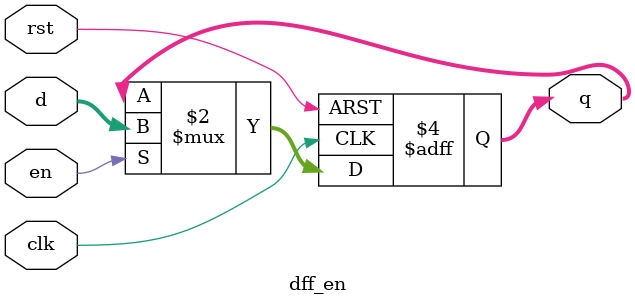
<source format=v>
module dff_en (
	input clk,
	input rst,
	input  [31:0] d,
	input en,
	output reg [31:0] q
);

always @(posedge clk or posedge rst) begin
	if (rst) begin
	q <= 32'b0;
	end else if (en) begin
	q <= d;
	end
	end
endmodule


</source>
